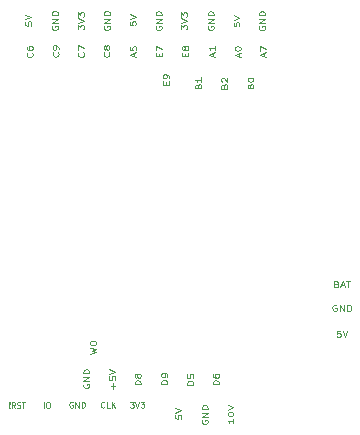
<source format=gbr>
%TF.GenerationSoftware,KiCad,Pcbnew,7.0.1*%
%TF.CreationDate,2023-04-22T23:07:11+02:00*%
%TF.ProjectId,ultimateFC,756c7469-6d61-4746-9546-432e6b696361,rev?*%
%TF.SameCoordinates,PX5f5e100PY5f5e100*%
%TF.FileFunction,Other,User*%
%FSLAX46Y46*%
G04 Gerber Fmt 4.6, Leading zero omitted, Abs format (unit mm)*
G04 Created by KiCad (PCBNEW 7.0.1) date 2023-04-22 23:07:11*
%MOMM*%
%LPD*%
G01*
G04 APERTURE LIST*
%ADD10C,0.100000*%
G04 APERTURE END LIST*
D10*
X31242857Y-22455119D02*
X31185715Y-22431309D01*
X31185715Y-22431309D02*
X31100000Y-22431309D01*
X31100000Y-22431309D02*
X31014286Y-22455119D01*
X31014286Y-22455119D02*
X30957143Y-22502738D01*
X30957143Y-22502738D02*
X30928572Y-22550357D01*
X30928572Y-22550357D02*
X30900000Y-22645595D01*
X30900000Y-22645595D02*
X30900000Y-22717023D01*
X30900000Y-22717023D02*
X30928572Y-22812261D01*
X30928572Y-22812261D02*
X30957143Y-22859880D01*
X30957143Y-22859880D02*
X31014286Y-22907500D01*
X31014286Y-22907500D02*
X31100000Y-22931309D01*
X31100000Y-22931309D02*
X31157143Y-22931309D01*
X31157143Y-22931309D02*
X31242857Y-22907500D01*
X31242857Y-22907500D02*
X31271429Y-22883690D01*
X31271429Y-22883690D02*
X31271429Y-22717023D01*
X31271429Y-22717023D02*
X31157143Y-22717023D01*
X31528572Y-22931309D02*
X31528572Y-22431309D01*
X31528572Y-22431309D02*
X31871429Y-22931309D01*
X31871429Y-22931309D02*
X31871429Y-22431309D01*
X32157143Y-22931309D02*
X32157143Y-22431309D01*
X32157143Y-22431309D02*
X32300000Y-22431309D01*
X32300000Y-22431309D02*
X32385714Y-22455119D01*
X32385714Y-22455119D02*
X32442857Y-22502738D01*
X32442857Y-22502738D02*
X32471428Y-22550357D01*
X32471428Y-22550357D02*
X32500000Y-22645595D01*
X32500000Y-22645595D02*
X32500000Y-22717023D01*
X32500000Y-22717023D02*
X32471428Y-22812261D01*
X32471428Y-22812261D02*
X32442857Y-22859880D01*
X32442857Y-22859880D02*
X32385714Y-22907500D01*
X32385714Y-22907500D02*
X32300000Y-22931309D01*
X32300000Y-22931309D02*
X32157143Y-22931309D01*
X5473690Y-1079999D02*
X5497500Y-1108571D01*
X5497500Y-1108571D02*
X5521309Y-1194285D01*
X5521309Y-1194285D02*
X5521309Y-1251428D01*
X5521309Y-1251428D02*
X5497500Y-1337142D01*
X5497500Y-1337142D02*
X5449880Y-1394285D01*
X5449880Y-1394285D02*
X5402261Y-1422856D01*
X5402261Y-1422856D02*
X5307023Y-1451428D01*
X5307023Y-1451428D02*
X5235595Y-1451428D01*
X5235595Y-1451428D02*
X5140357Y-1422856D01*
X5140357Y-1422856D02*
X5092738Y-1394285D01*
X5092738Y-1394285D02*
X5045119Y-1337142D01*
X5045119Y-1337142D02*
X5021309Y-1251428D01*
X5021309Y-1251428D02*
X5021309Y-1194285D01*
X5021309Y-1194285D02*
X5045119Y-1108571D01*
X5045119Y-1108571D02*
X5068928Y-1079999D01*
X5021309Y-565714D02*
X5021309Y-679999D01*
X5021309Y-679999D02*
X5045119Y-737142D01*
X5045119Y-737142D02*
X5068928Y-765714D01*
X5068928Y-765714D02*
X5140357Y-822856D01*
X5140357Y-822856D02*
X5235595Y-851428D01*
X5235595Y-851428D02*
X5426071Y-851428D01*
X5426071Y-851428D02*
X5473690Y-822856D01*
X5473690Y-822856D02*
X5497500Y-794285D01*
X5497500Y-794285D02*
X5521309Y-737142D01*
X5521309Y-737142D02*
X5521309Y-622856D01*
X5521309Y-622856D02*
X5497500Y-565714D01*
X5497500Y-565714D02*
X5473690Y-537142D01*
X5473690Y-537142D02*
X5426071Y-508571D01*
X5426071Y-508571D02*
X5307023Y-508571D01*
X5307023Y-508571D02*
X5259404Y-537142D01*
X5259404Y-537142D02*
X5235595Y-565714D01*
X5235595Y-565714D02*
X5211785Y-622856D01*
X5211785Y-622856D02*
X5211785Y-737142D01*
X5211785Y-737142D02*
X5235595Y-794285D01*
X5235595Y-794285D02*
X5259404Y-822856D01*
X5259404Y-822856D02*
X5307023Y-851428D01*
X21739404Y-3912856D02*
X21763214Y-3827142D01*
X21763214Y-3827142D02*
X21787023Y-3798571D01*
X21787023Y-3798571D02*
X21834642Y-3769999D01*
X21834642Y-3769999D02*
X21906071Y-3769999D01*
X21906071Y-3769999D02*
X21953690Y-3798571D01*
X21953690Y-3798571D02*
X21977500Y-3827142D01*
X21977500Y-3827142D02*
X22001309Y-3884285D01*
X22001309Y-3884285D02*
X22001309Y-4112856D01*
X22001309Y-4112856D02*
X21501309Y-4112856D01*
X21501309Y-4112856D02*
X21501309Y-3912856D01*
X21501309Y-3912856D02*
X21525119Y-3855714D01*
X21525119Y-3855714D02*
X21548928Y-3827142D01*
X21548928Y-3827142D02*
X21596547Y-3798571D01*
X21596547Y-3798571D02*
X21644166Y-3798571D01*
X21644166Y-3798571D02*
X21691785Y-3827142D01*
X21691785Y-3827142D02*
X21715595Y-3855714D01*
X21715595Y-3855714D02*
X21739404Y-3912856D01*
X21739404Y-3912856D02*
X21739404Y-4112856D01*
X21548928Y-3541428D02*
X21525119Y-3512856D01*
X21525119Y-3512856D02*
X21501309Y-3455714D01*
X21501309Y-3455714D02*
X21501309Y-3312856D01*
X21501309Y-3312856D02*
X21525119Y-3255714D01*
X21525119Y-3255714D02*
X21548928Y-3227142D01*
X21548928Y-3227142D02*
X21596547Y-3198571D01*
X21596547Y-3198571D02*
X21644166Y-3198571D01*
X21644166Y-3198571D02*
X21715595Y-3227142D01*
X21715595Y-3227142D02*
X22001309Y-3569999D01*
X22001309Y-3569999D02*
X22001309Y-3198571D01*
X16799404Y-3774285D02*
X16799404Y-3574285D01*
X17061309Y-3488571D02*
X17061309Y-3774285D01*
X17061309Y-3774285D02*
X16561309Y-3774285D01*
X16561309Y-3774285D02*
X16561309Y-3488571D01*
X17061309Y-3202857D02*
X17061309Y-3088571D01*
X17061309Y-3088571D02*
X17037500Y-3031428D01*
X17037500Y-3031428D02*
X17013690Y-3002857D01*
X17013690Y-3002857D02*
X16942261Y-2945714D01*
X16942261Y-2945714D02*
X16847023Y-2917143D01*
X16847023Y-2917143D02*
X16656547Y-2917143D01*
X16656547Y-2917143D02*
X16608928Y-2945714D01*
X16608928Y-2945714D02*
X16585119Y-2974286D01*
X16585119Y-2974286D02*
X16561309Y-3031428D01*
X16561309Y-3031428D02*
X16561309Y-3145714D01*
X16561309Y-3145714D02*
X16585119Y-3202857D01*
X16585119Y-3202857D02*
X16608928Y-3231428D01*
X16608928Y-3231428D02*
X16656547Y-3260000D01*
X16656547Y-3260000D02*
X16775595Y-3260000D01*
X16775595Y-3260000D02*
X16823214Y-3231428D01*
X16823214Y-3231428D02*
X16847023Y-3202857D01*
X16847023Y-3202857D02*
X16870833Y-3145714D01*
X16870833Y-3145714D02*
X16870833Y-3031428D01*
X16870833Y-3031428D02*
X16847023Y-2974286D01*
X16847023Y-2974286D02*
X16823214Y-2945714D01*
X16823214Y-2945714D02*
X16775595Y-2917143D01*
X3564285Y-31108690D02*
X3585714Y-31132500D01*
X3585714Y-31132500D02*
X3564285Y-31156309D01*
X3564285Y-31156309D02*
X3542857Y-31132500D01*
X3542857Y-31132500D02*
X3564285Y-31108690D01*
X3564285Y-31108690D02*
X3564285Y-31156309D01*
X3564285Y-30965833D02*
X3542857Y-30680119D01*
X3542857Y-30680119D02*
X3564285Y-30656309D01*
X3564285Y-30656309D02*
X3585714Y-30680119D01*
X3585714Y-30680119D02*
X3564285Y-30965833D01*
X3564285Y-30965833D02*
X3564285Y-30656309D01*
X4035714Y-31156309D02*
X3885714Y-30918214D01*
X3778571Y-31156309D02*
X3778571Y-30656309D01*
X3778571Y-30656309D02*
X3950000Y-30656309D01*
X3950000Y-30656309D02*
X3992857Y-30680119D01*
X3992857Y-30680119D02*
X4014286Y-30703928D01*
X4014286Y-30703928D02*
X4035714Y-30751547D01*
X4035714Y-30751547D02*
X4035714Y-30822976D01*
X4035714Y-30822976D02*
X4014286Y-30870595D01*
X4014286Y-30870595D02*
X3992857Y-30894404D01*
X3992857Y-30894404D02*
X3950000Y-30918214D01*
X3950000Y-30918214D02*
X3778571Y-30918214D01*
X4207143Y-31132500D02*
X4271429Y-31156309D01*
X4271429Y-31156309D02*
X4378571Y-31156309D01*
X4378571Y-31156309D02*
X4421429Y-31132500D01*
X4421429Y-31132500D02*
X4442857Y-31108690D01*
X4442857Y-31108690D02*
X4464286Y-31061071D01*
X4464286Y-31061071D02*
X4464286Y-31013452D01*
X4464286Y-31013452D02*
X4442857Y-30965833D01*
X4442857Y-30965833D02*
X4421429Y-30942023D01*
X4421429Y-30942023D02*
X4378571Y-30918214D01*
X4378571Y-30918214D02*
X4292857Y-30894404D01*
X4292857Y-30894404D02*
X4250000Y-30870595D01*
X4250000Y-30870595D02*
X4228571Y-30846785D01*
X4228571Y-30846785D02*
X4207143Y-30799166D01*
X4207143Y-30799166D02*
X4207143Y-30751547D01*
X4207143Y-30751547D02*
X4228571Y-30703928D01*
X4228571Y-30703928D02*
X4250000Y-30680119D01*
X4250000Y-30680119D02*
X4292857Y-30656309D01*
X4292857Y-30656309D02*
X4400000Y-30656309D01*
X4400000Y-30656309D02*
X4464286Y-30680119D01*
X4592857Y-30656309D02*
X4850000Y-30656309D01*
X4721428Y-31156309D02*
X4721428Y-30656309D01*
X19865119Y-32177142D02*
X19841309Y-32234285D01*
X19841309Y-32234285D02*
X19841309Y-32319999D01*
X19841309Y-32319999D02*
X19865119Y-32405713D01*
X19865119Y-32405713D02*
X19912738Y-32462856D01*
X19912738Y-32462856D02*
X19960357Y-32491427D01*
X19960357Y-32491427D02*
X20055595Y-32519999D01*
X20055595Y-32519999D02*
X20127023Y-32519999D01*
X20127023Y-32519999D02*
X20222261Y-32491427D01*
X20222261Y-32491427D02*
X20269880Y-32462856D01*
X20269880Y-32462856D02*
X20317500Y-32405713D01*
X20317500Y-32405713D02*
X20341309Y-32319999D01*
X20341309Y-32319999D02*
X20341309Y-32262856D01*
X20341309Y-32262856D02*
X20317500Y-32177142D01*
X20317500Y-32177142D02*
X20293690Y-32148570D01*
X20293690Y-32148570D02*
X20127023Y-32148570D01*
X20127023Y-32148570D02*
X20127023Y-32262856D01*
X20341309Y-31891427D02*
X19841309Y-31891427D01*
X19841309Y-31891427D02*
X20341309Y-31548570D01*
X20341309Y-31548570D02*
X19841309Y-31548570D01*
X20341309Y-31262856D02*
X19841309Y-31262856D01*
X19841309Y-31262856D02*
X19841309Y-31119999D01*
X19841309Y-31119999D02*
X19865119Y-31034285D01*
X19865119Y-31034285D02*
X19912738Y-30977142D01*
X19912738Y-30977142D02*
X19960357Y-30948571D01*
X19960357Y-30948571D02*
X20055595Y-30919999D01*
X20055595Y-30919999D02*
X20127023Y-30919999D01*
X20127023Y-30919999D02*
X20222261Y-30948571D01*
X20222261Y-30948571D02*
X20269880Y-30977142D01*
X20269880Y-30977142D02*
X20317500Y-31034285D01*
X20317500Y-31034285D02*
X20341309Y-31119999D01*
X20341309Y-31119999D02*
X20341309Y-31262856D01*
X12330833Y-29521428D02*
X12330833Y-29064286D01*
X12521309Y-29292857D02*
X12140357Y-29292857D01*
X12021309Y-28492857D02*
X12021309Y-28778571D01*
X12021309Y-28778571D02*
X12259404Y-28807143D01*
X12259404Y-28807143D02*
X12235595Y-28778571D01*
X12235595Y-28778571D02*
X12211785Y-28721429D01*
X12211785Y-28721429D02*
X12211785Y-28578571D01*
X12211785Y-28578571D02*
X12235595Y-28521429D01*
X12235595Y-28521429D02*
X12259404Y-28492857D01*
X12259404Y-28492857D02*
X12307023Y-28464286D01*
X12307023Y-28464286D02*
X12426071Y-28464286D01*
X12426071Y-28464286D02*
X12473690Y-28492857D01*
X12473690Y-28492857D02*
X12497500Y-28521429D01*
X12497500Y-28521429D02*
X12521309Y-28578571D01*
X12521309Y-28578571D02*
X12521309Y-28721429D01*
X12521309Y-28721429D02*
X12497500Y-28778571D01*
X12497500Y-28778571D02*
X12473690Y-28807143D01*
X12021309Y-28292857D02*
X12521309Y-28092857D01*
X12521309Y-28092857D02*
X12021309Y-27892857D01*
X14148452Y-1388571D02*
X14148452Y-1102857D01*
X14291309Y-1445714D02*
X13791309Y-1245714D01*
X13791309Y-1245714D02*
X14291309Y-1045714D01*
X13791309Y-559999D02*
X13791309Y-845713D01*
X13791309Y-845713D02*
X14029404Y-874285D01*
X14029404Y-874285D02*
X14005595Y-845713D01*
X14005595Y-845713D02*
X13981785Y-788571D01*
X13981785Y-788571D02*
X13981785Y-645713D01*
X13981785Y-645713D02*
X14005595Y-588571D01*
X14005595Y-588571D02*
X14029404Y-559999D01*
X14029404Y-559999D02*
X14077023Y-531428D01*
X14077023Y-531428D02*
X14196071Y-531428D01*
X14196071Y-531428D02*
X14243690Y-559999D01*
X14243690Y-559999D02*
X14267500Y-588571D01*
X14267500Y-588571D02*
X14291309Y-645713D01*
X14291309Y-645713D02*
X14291309Y-788571D01*
X14291309Y-788571D02*
X14267500Y-845713D01*
X14267500Y-845713D02*
X14243690Y-874285D01*
X18429404Y-1354285D02*
X18429404Y-1154285D01*
X18691309Y-1068571D02*
X18691309Y-1354285D01*
X18691309Y-1354285D02*
X18191309Y-1354285D01*
X18191309Y-1354285D02*
X18191309Y-1068571D01*
X18405595Y-725714D02*
X18381785Y-782857D01*
X18381785Y-782857D02*
X18357976Y-811428D01*
X18357976Y-811428D02*
X18310357Y-840000D01*
X18310357Y-840000D02*
X18286547Y-840000D01*
X18286547Y-840000D02*
X18238928Y-811428D01*
X18238928Y-811428D02*
X18215119Y-782857D01*
X18215119Y-782857D02*
X18191309Y-725714D01*
X18191309Y-725714D02*
X18191309Y-611428D01*
X18191309Y-611428D02*
X18215119Y-554286D01*
X18215119Y-554286D02*
X18238928Y-525714D01*
X18238928Y-525714D02*
X18286547Y-497143D01*
X18286547Y-497143D02*
X18310357Y-497143D01*
X18310357Y-497143D02*
X18357976Y-525714D01*
X18357976Y-525714D02*
X18381785Y-554286D01*
X18381785Y-554286D02*
X18405595Y-611428D01*
X18405595Y-611428D02*
X18405595Y-725714D01*
X18405595Y-725714D02*
X18429404Y-782857D01*
X18429404Y-782857D02*
X18453214Y-811428D01*
X18453214Y-811428D02*
X18500833Y-840000D01*
X18500833Y-840000D02*
X18596071Y-840000D01*
X18596071Y-840000D02*
X18643690Y-811428D01*
X18643690Y-811428D02*
X18667500Y-782857D01*
X18667500Y-782857D02*
X18691309Y-725714D01*
X18691309Y-725714D02*
X18691309Y-611428D01*
X18691309Y-611428D02*
X18667500Y-554286D01*
X18667500Y-554286D02*
X18643690Y-525714D01*
X18643690Y-525714D02*
X18596071Y-497143D01*
X18596071Y-497143D02*
X18500833Y-497143D01*
X18500833Y-497143D02*
X18453214Y-525714D01*
X18453214Y-525714D02*
X18429404Y-554286D01*
X18429404Y-554286D02*
X18405595Y-611428D01*
X16931309Y-29122856D02*
X16431309Y-29122856D01*
X16431309Y-29122856D02*
X16431309Y-28979999D01*
X16431309Y-28979999D02*
X16455119Y-28894285D01*
X16455119Y-28894285D02*
X16502738Y-28837142D01*
X16502738Y-28837142D02*
X16550357Y-28808571D01*
X16550357Y-28808571D02*
X16645595Y-28779999D01*
X16645595Y-28779999D02*
X16717023Y-28779999D01*
X16717023Y-28779999D02*
X16812261Y-28808571D01*
X16812261Y-28808571D02*
X16859880Y-28837142D01*
X16859880Y-28837142D02*
X16907500Y-28894285D01*
X16907500Y-28894285D02*
X16931309Y-28979999D01*
X16931309Y-28979999D02*
X16931309Y-29122856D01*
X16931309Y-28494285D02*
X16931309Y-28379999D01*
X16931309Y-28379999D02*
X16907500Y-28322856D01*
X16907500Y-28322856D02*
X16883690Y-28294285D01*
X16883690Y-28294285D02*
X16812261Y-28237142D01*
X16812261Y-28237142D02*
X16717023Y-28208571D01*
X16717023Y-28208571D02*
X16526547Y-28208571D01*
X16526547Y-28208571D02*
X16478928Y-28237142D01*
X16478928Y-28237142D02*
X16455119Y-28265714D01*
X16455119Y-28265714D02*
X16431309Y-28322856D01*
X16431309Y-28322856D02*
X16431309Y-28437142D01*
X16431309Y-28437142D02*
X16455119Y-28494285D01*
X16455119Y-28494285D02*
X16478928Y-28522856D01*
X16478928Y-28522856D02*
X16526547Y-28551428D01*
X16526547Y-28551428D02*
X16645595Y-28551428D01*
X16645595Y-28551428D02*
X16693214Y-28522856D01*
X16693214Y-28522856D02*
X16717023Y-28494285D01*
X16717023Y-28494285D02*
X16740833Y-28437142D01*
X16740833Y-28437142D02*
X16740833Y-28322856D01*
X16740833Y-28322856D02*
X16717023Y-28265714D01*
X16717023Y-28265714D02*
X16693214Y-28237142D01*
X16693214Y-28237142D02*
X16645595Y-28208571D01*
X19549404Y-3892856D02*
X19573214Y-3807142D01*
X19573214Y-3807142D02*
X19597023Y-3778571D01*
X19597023Y-3778571D02*
X19644642Y-3749999D01*
X19644642Y-3749999D02*
X19716071Y-3749999D01*
X19716071Y-3749999D02*
X19763690Y-3778571D01*
X19763690Y-3778571D02*
X19787500Y-3807142D01*
X19787500Y-3807142D02*
X19811309Y-3864285D01*
X19811309Y-3864285D02*
X19811309Y-4092856D01*
X19811309Y-4092856D02*
X19311309Y-4092856D01*
X19311309Y-4092856D02*
X19311309Y-3892856D01*
X19311309Y-3892856D02*
X19335119Y-3835714D01*
X19335119Y-3835714D02*
X19358928Y-3807142D01*
X19358928Y-3807142D02*
X19406547Y-3778571D01*
X19406547Y-3778571D02*
X19454166Y-3778571D01*
X19454166Y-3778571D02*
X19501785Y-3807142D01*
X19501785Y-3807142D02*
X19525595Y-3835714D01*
X19525595Y-3835714D02*
X19549404Y-3892856D01*
X19549404Y-3892856D02*
X19549404Y-4092856D01*
X19811309Y-3178571D02*
X19811309Y-3521428D01*
X19811309Y-3349999D02*
X19311309Y-3349999D01*
X19311309Y-3349999D02*
X19382738Y-3407142D01*
X19382738Y-3407142D02*
X19430357Y-3464285D01*
X19430357Y-3464285D02*
X19454166Y-3521428D01*
X21291309Y-29162856D02*
X20791309Y-29162856D01*
X20791309Y-29162856D02*
X20791309Y-29019999D01*
X20791309Y-29019999D02*
X20815119Y-28934285D01*
X20815119Y-28934285D02*
X20862738Y-28877142D01*
X20862738Y-28877142D02*
X20910357Y-28848571D01*
X20910357Y-28848571D02*
X21005595Y-28819999D01*
X21005595Y-28819999D02*
X21077023Y-28819999D01*
X21077023Y-28819999D02*
X21172261Y-28848571D01*
X21172261Y-28848571D02*
X21219880Y-28877142D01*
X21219880Y-28877142D02*
X21267500Y-28934285D01*
X21267500Y-28934285D02*
X21291309Y-29019999D01*
X21291309Y-29019999D02*
X21291309Y-29162856D01*
X20791309Y-28305714D02*
X20791309Y-28419999D01*
X20791309Y-28419999D02*
X20815119Y-28477142D01*
X20815119Y-28477142D02*
X20838928Y-28505714D01*
X20838928Y-28505714D02*
X20910357Y-28562856D01*
X20910357Y-28562856D02*
X21005595Y-28591428D01*
X21005595Y-28591428D02*
X21196071Y-28591428D01*
X21196071Y-28591428D02*
X21243690Y-28562856D01*
X21243690Y-28562856D02*
X21267500Y-28534285D01*
X21267500Y-28534285D02*
X21291309Y-28477142D01*
X21291309Y-28477142D02*
X21291309Y-28362856D01*
X21291309Y-28362856D02*
X21267500Y-28305714D01*
X21267500Y-28305714D02*
X21243690Y-28277142D01*
X21243690Y-28277142D02*
X21196071Y-28248571D01*
X21196071Y-28248571D02*
X21077023Y-28248571D01*
X21077023Y-28248571D02*
X21029404Y-28277142D01*
X21029404Y-28277142D02*
X21005595Y-28305714D01*
X21005595Y-28305714D02*
X20981785Y-28362856D01*
X20981785Y-28362856D02*
X20981785Y-28477142D01*
X20981785Y-28477142D02*
X21005595Y-28534285D01*
X21005595Y-28534285D02*
X21029404Y-28562856D01*
X21029404Y-28562856D02*
X21077023Y-28591428D01*
X16219404Y-1374285D02*
X16219404Y-1174285D01*
X16481309Y-1088571D02*
X16481309Y-1374285D01*
X16481309Y-1374285D02*
X15981309Y-1374285D01*
X15981309Y-1374285D02*
X15981309Y-1088571D01*
X15981309Y-888571D02*
X15981309Y-488571D01*
X15981309Y-488571D02*
X16481309Y-745714D01*
X6463095Y-31156309D02*
X6463095Y-30656309D01*
X6796428Y-30656309D02*
X6891666Y-30656309D01*
X6891666Y-30656309D02*
X6939285Y-30680119D01*
X6939285Y-30680119D02*
X6986904Y-30727738D01*
X6986904Y-30727738D02*
X7010714Y-30822976D01*
X7010714Y-30822976D02*
X7010714Y-30989642D01*
X7010714Y-30989642D02*
X6986904Y-31084880D01*
X6986904Y-31084880D02*
X6939285Y-31132500D01*
X6939285Y-31132500D02*
X6891666Y-31156309D01*
X6891666Y-31156309D02*
X6796428Y-31156309D01*
X6796428Y-31156309D02*
X6748809Y-31132500D01*
X6748809Y-31132500D02*
X6701190Y-31084880D01*
X6701190Y-31084880D02*
X6677381Y-30989642D01*
X6677381Y-30989642D02*
X6677381Y-30822976D01*
X6677381Y-30822976D02*
X6701190Y-30727738D01*
X6701190Y-30727738D02*
X6748809Y-30680119D01*
X6748809Y-30680119D02*
X6796428Y-30656309D01*
X11983690Y-1039999D02*
X12007500Y-1068571D01*
X12007500Y-1068571D02*
X12031309Y-1154285D01*
X12031309Y-1154285D02*
X12031309Y-1211428D01*
X12031309Y-1211428D02*
X12007500Y-1297142D01*
X12007500Y-1297142D02*
X11959880Y-1354285D01*
X11959880Y-1354285D02*
X11912261Y-1382856D01*
X11912261Y-1382856D02*
X11817023Y-1411428D01*
X11817023Y-1411428D02*
X11745595Y-1411428D01*
X11745595Y-1411428D02*
X11650357Y-1382856D01*
X11650357Y-1382856D02*
X11602738Y-1354285D01*
X11602738Y-1354285D02*
X11555119Y-1297142D01*
X11555119Y-1297142D02*
X11531309Y-1211428D01*
X11531309Y-1211428D02*
X11531309Y-1154285D01*
X11531309Y-1154285D02*
X11555119Y-1068571D01*
X11555119Y-1068571D02*
X11578928Y-1039999D01*
X11745595Y-697142D02*
X11721785Y-754285D01*
X11721785Y-754285D02*
X11697976Y-782856D01*
X11697976Y-782856D02*
X11650357Y-811428D01*
X11650357Y-811428D02*
X11626547Y-811428D01*
X11626547Y-811428D02*
X11578928Y-782856D01*
X11578928Y-782856D02*
X11555119Y-754285D01*
X11555119Y-754285D02*
X11531309Y-697142D01*
X11531309Y-697142D02*
X11531309Y-582856D01*
X11531309Y-582856D02*
X11555119Y-525714D01*
X11555119Y-525714D02*
X11578928Y-497142D01*
X11578928Y-497142D02*
X11626547Y-468571D01*
X11626547Y-468571D02*
X11650357Y-468571D01*
X11650357Y-468571D02*
X11697976Y-497142D01*
X11697976Y-497142D02*
X11721785Y-525714D01*
X11721785Y-525714D02*
X11745595Y-582856D01*
X11745595Y-582856D02*
X11745595Y-697142D01*
X11745595Y-697142D02*
X11769404Y-754285D01*
X11769404Y-754285D02*
X11793214Y-782856D01*
X11793214Y-782856D02*
X11840833Y-811428D01*
X11840833Y-811428D02*
X11936071Y-811428D01*
X11936071Y-811428D02*
X11983690Y-782856D01*
X11983690Y-782856D02*
X12007500Y-754285D01*
X12007500Y-754285D02*
X12031309Y-697142D01*
X12031309Y-697142D02*
X12031309Y-582856D01*
X12031309Y-582856D02*
X12007500Y-525714D01*
X12007500Y-525714D02*
X11983690Y-497142D01*
X11983690Y-497142D02*
X11936071Y-468571D01*
X11936071Y-468571D02*
X11840833Y-468571D01*
X11840833Y-468571D02*
X11793214Y-497142D01*
X11793214Y-497142D02*
X11769404Y-525714D01*
X11769404Y-525714D02*
X11745595Y-582856D01*
X19131309Y-29192856D02*
X18631309Y-29192856D01*
X18631309Y-29192856D02*
X18631309Y-29049999D01*
X18631309Y-29049999D02*
X18655119Y-28964285D01*
X18655119Y-28964285D02*
X18702738Y-28907142D01*
X18702738Y-28907142D02*
X18750357Y-28878571D01*
X18750357Y-28878571D02*
X18845595Y-28849999D01*
X18845595Y-28849999D02*
X18917023Y-28849999D01*
X18917023Y-28849999D02*
X19012261Y-28878571D01*
X19012261Y-28878571D02*
X19059880Y-28907142D01*
X19059880Y-28907142D02*
X19107500Y-28964285D01*
X19107500Y-28964285D02*
X19131309Y-29049999D01*
X19131309Y-29049999D02*
X19131309Y-29192856D01*
X18631309Y-28307142D02*
X18631309Y-28592856D01*
X18631309Y-28592856D02*
X18869404Y-28621428D01*
X18869404Y-28621428D02*
X18845595Y-28592856D01*
X18845595Y-28592856D02*
X18821785Y-28535714D01*
X18821785Y-28535714D02*
X18821785Y-28392856D01*
X18821785Y-28392856D02*
X18845595Y-28335714D01*
X18845595Y-28335714D02*
X18869404Y-28307142D01*
X18869404Y-28307142D02*
X18917023Y-28278571D01*
X18917023Y-28278571D02*
X19036071Y-28278571D01*
X19036071Y-28278571D02*
X19083690Y-28307142D01*
X19083690Y-28307142D02*
X19107500Y-28335714D01*
X19107500Y-28335714D02*
X19131309Y-28392856D01*
X19131309Y-28392856D02*
X19131309Y-28535714D01*
X19131309Y-28535714D02*
X19107500Y-28592856D01*
X19107500Y-28592856D02*
X19083690Y-28621428D01*
X20798452Y-1388571D02*
X20798452Y-1102857D01*
X20941309Y-1445714D02*
X20441309Y-1245714D01*
X20441309Y-1245714D02*
X20941309Y-1045714D01*
X20941309Y-531428D02*
X20941309Y-874285D01*
X20941309Y-702856D02*
X20441309Y-702856D01*
X20441309Y-702856D02*
X20512738Y-759999D01*
X20512738Y-759999D02*
X20560357Y-817142D01*
X20560357Y-817142D02*
X20584166Y-874285D01*
X10381309Y-26571427D02*
X10881309Y-26428570D01*
X10881309Y-26428570D02*
X10524166Y-26314284D01*
X10524166Y-26314284D02*
X10881309Y-26199999D01*
X10881309Y-26199999D02*
X10381309Y-26057142D01*
X10381309Y-25714285D02*
X10381309Y-25599999D01*
X10381309Y-25599999D02*
X10405119Y-25542856D01*
X10405119Y-25542856D02*
X10452738Y-25485713D01*
X10452738Y-25485713D02*
X10547976Y-25457142D01*
X10547976Y-25457142D02*
X10714642Y-25457142D01*
X10714642Y-25457142D02*
X10809880Y-25485713D01*
X10809880Y-25485713D02*
X10857500Y-25542856D01*
X10857500Y-25542856D02*
X10881309Y-25599999D01*
X10881309Y-25599999D02*
X10881309Y-25714285D01*
X10881309Y-25714285D02*
X10857500Y-25771428D01*
X10857500Y-25771428D02*
X10809880Y-25828570D01*
X10809880Y-25828570D02*
X10714642Y-25857142D01*
X10714642Y-25857142D02*
X10547976Y-25857142D01*
X10547976Y-25857142D02*
X10452738Y-25828570D01*
X10452738Y-25828570D02*
X10405119Y-25771428D01*
X10405119Y-25771428D02*
X10381309Y-25714285D01*
X31257143Y-20669404D02*
X31342857Y-20693214D01*
X31342857Y-20693214D02*
X31371428Y-20717023D01*
X31371428Y-20717023D02*
X31400000Y-20764642D01*
X31400000Y-20764642D02*
X31400000Y-20836071D01*
X31400000Y-20836071D02*
X31371428Y-20883690D01*
X31371428Y-20883690D02*
X31342857Y-20907500D01*
X31342857Y-20907500D02*
X31285714Y-20931309D01*
X31285714Y-20931309D02*
X31057143Y-20931309D01*
X31057143Y-20931309D02*
X31057143Y-20431309D01*
X31057143Y-20431309D02*
X31257143Y-20431309D01*
X31257143Y-20431309D02*
X31314286Y-20455119D01*
X31314286Y-20455119D02*
X31342857Y-20478928D01*
X31342857Y-20478928D02*
X31371428Y-20526547D01*
X31371428Y-20526547D02*
X31371428Y-20574166D01*
X31371428Y-20574166D02*
X31342857Y-20621785D01*
X31342857Y-20621785D02*
X31314286Y-20645595D01*
X31314286Y-20645595D02*
X31257143Y-20669404D01*
X31257143Y-20669404D02*
X31057143Y-20669404D01*
X31628571Y-20788452D02*
X31914286Y-20788452D01*
X31571428Y-20931309D02*
X31771428Y-20431309D01*
X31771428Y-20431309D02*
X31971428Y-20931309D01*
X32085714Y-20431309D02*
X32428572Y-20431309D01*
X32257143Y-20931309D02*
X32257143Y-20431309D01*
X13780953Y-30631309D02*
X14090477Y-30631309D01*
X14090477Y-30631309D02*
X13923810Y-30821785D01*
X13923810Y-30821785D02*
X13995239Y-30821785D01*
X13995239Y-30821785D02*
X14042858Y-30845595D01*
X14042858Y-30845595D02*
X14066667Y-30869404D01*
X14066667Y-30869404D02*
X14090477Y-30917023D01*
X14090477Y-30917023D02*
X14090477Y-31036071D01*
X14090477Y-31036071D02*
X14066667Y-31083690D01*
X14066667Y-31083690D02*
X14042858Y-31107500D01*
X14042858Y-31107500D02*
X13995239Y-31131309D01*
X13995239Y-31131309D02*
X13852382Y-31131309D01*
X13852382Y-31131309D02*
X13804763Y-31107500D01*
X13804763Y-31107500D02*
X13780953Y-31083690D01*
X14233334Y-30631309D02*
X14400000Y-31131309D01*
X14400000Y-31131309D02*
X14566667Y-30631309D01*
X14685714Y-30631309D02*
X14995238Y-30631309D01*
X14995238Y-30631309D02*
X14828571Y-30821785D01*
X14828571Y-30821785D02*
X14900000Y-30821785D01*
X14900000Y-30821785D02*
X14947619Y-30845595D01*
X14947619Y-30845595D02*
X14971428Y-30869404D01*
X14971428Y-30869404D02*
X14995238Y-30917023D01*
X14995238Y-30917023D02*
X14995238Y-31036071D01*
X14995238Y-31036071D02*
X14971428Y-31083690D01*
X14971428Y-31083690D02*
X14947619Y-31107500D01*
X14947619Y-31107500D02*
X14900000Y-31131309D01*
X14900000Y-31131309D02*
X14757143Y-31131309D01*
X14757143Y-31131309D02*
X14709524Y-31107500D01*
X14709524Y-31107500D02*
X14685714Y-31083690D01*
X23959404Y-3902856D02*
X23983214Y-3817142D01*
X23983214Y-3817142D02*
X24007023Y-3788571D01*
X24007023Y-3788571D02*
X24054642Y-3759999D01*
X24054642Y-3759999D02*
X24126071Y-3759999D01*
X24126071Y-3759999D02*
X24173690Y-3788571D01*
X24173690Y-3788571D02*
X24197500Y-3817142D01*
X24197500Y-3817142D02*
X24221309Y-3874285D01*
X24221309Y-3874285D02*
X24221309Y-4102856D01*
X24221309Y-4102856D02*
X23721309Y-4102856D01*
X23721309Y-4102856D02*
X23721309Y-3902856D01*
X23721309Y-3902856D02*
X23745119Y-3845714D01*
X23745119Y-3845714D02*
X23768928Y-3817142D01*
X23768928Y-3817142D02*
X23816547Y-3788571D01*
X23816547Y-3788571D02*
X23864166Y-3788571D01*
X23864166Y-3788571D02*
X23911785Y-3817142D01*
X23911785Y-3817142D02*
X23935595Y-3845714D01*
X23935595Y-3845714D02*
X23959404Y-3902856D01*
X23959404Y-3902856D02*
X23959404Y-4102856D01*
X23721309Y-3388571D02*
X23721309Y-3331428D01*
X23721309Y-3331428D02*
X23745119Y-3274285D01*
X23745119Y-3274285D02*
X23768928Y-3245714D01*
X23768928Y-3245714D02*
X23816547Y-3217142D01*
X23816547Y-3217142D02*
X23911785Y-3188571D01*
X23911785Y-3188571D02*
X24030833Y-3188571D01*
X24030833Y-3188571D02*
X24126071Y-3217142D01*
X24126071Y-3217142D02*
X24173690Y-3245714D01*
X24173690Y-3245714D02*
X24197500Y-3274285D01*
X24197500Y-3274285D02*
X24221309Y-3331428D01*
X24221309Y-3331428D02*
X24221309Y-3388571D01*
X24221309Y-3388571D02*
X24197500Y-3445714D01*
X24197500Y-3445714D02*
X24173690Y-3474285D01*
X24173690Y-3474285D02*
X24126071Y-3502856D01*
X24126071Y-3502856D02*
X24030833Y-3531428D01*
X24030833Y-3531428D02*
X23911785Y-3531428D01*
X23911785Y-3531428D02*
X23816547Y-3502856D01*
X23816547Y-3502856D02*
X23768928Y-3474285D01*
X23768928Y-3474285D02*
X23745119Y-3445714D01*
X23745119Y-3445714D02*
X23721309Y-3388571D01*
X14681309Y-29162856D02*
X14181309Y-29162856D01*
X14181309Y-29162856D02*
X14181309Y-29019999D01*
X14181309Y-29019999D02*
X14205119Y-28934285D01*
X14205119Y-28934285D02*
X14252738Y-28877142D01*
X14252738Y-28877142D02*
X14300357Y-28848571D01*
X14300357Y-28848571D02*
X14395595Y-28819999D01*
X14395595Y-28819999D02*
X14467023Y-28819999D01*
X14467023Y-28819999D02*
X14562261Y-28848571D01*
X14562261Y-28848571D02*
X14609880Y-28877142D01*
X14609880Y-28877142D02*
X14657500Y-28934285D01*
X14657500Y-28934285D02*
X14681309Y-29019999D01*
X14681309Y-29019999D02*
X14681309Y-29162856D01*
X14395595Y-28477142D02*
X14371785Y-28534285D01*
X14371785Y-28534285D02*
X14347976Y-28562856D01*
X14347976Y-28562856D02*
X14300357Y-28591428D01*
X14300357Y-28591428D02*
X14276547Y-28591428D01*
X14276547Y-28591428D02*
X14228928Y-28562856D01*
X14228928Y-28562856D02*
X14205119Y-28534285D01*
X14205119Y-28534285D02*
X14181309Y-28477142D01*
X14181309Y-28477142D02*
X14181309Y-28362856D01*
X14181309Y-28362856D02*
X14205119Y-28305714D01*
X14205119Y-28305714D02*
X14228928Y-28277142D01*
X14228928Y-28277142D02*
X14276547Y-28248571D01*
X14276547Y-28248571D02*
X14300357Y-28248571D01*
X14300357Y-28248571D02*
X14347976Y-28277142D01*
X14347976Y-28277142D02*
X14371785Y-28305714D01*
X14371785Y-28305714D02*
X14395595Y-28362856D01*
X14395595Y-28362856D02*
X14395595Y-28477142D01*
X14395595Y-28477142D02*
X14419404Y-28534285D01*
X14419404Y-28534285D02*
X14443214Y-28562856D01*
X14443214Y-28562856D02*
X14490833Y-28591428D01*
X14490833Y-28591428D02*
X14586071Y-28591428D01*
X14586071Y-28591428D02*
X14633690Y-28562856D01*
X14633690Y-28562856D02*
X14657500Y-28534285D01*
X14657500Y-28534285D02*
X14681309Y-28477142D01*
X14681309Y-28477142D02*
X14681309Y-28362856D01*
X14681309Y-28362856D02*
X14657500Y-28305714D01*
X14657500Y-28305714D02*
X14633690Y-28277142D01*
X14633690Y-28277142D02*
X14586071Y-28248571D01*
X14586071Y-28248571D02*
X14490833Y-28248571D01*
X14490833Y-28248571D02*
X14443214Y-28277142D01*
X14443214Y-28277142D02*
X14419404Y-28305714D01*
X14419404Y-28305714D02*
X14395595Y-28362856D01*
X4911309Y1535715D02*
X4911309Y1250001D01*
X4911309Y1250001D02*
X5149404Y1221429D01*
X5149404Y1221429D02*
X5125595Y1250001D01*
X5125595Y1250001D02*
X5101785Y1307143D01*
X5101785Y1307143D02*
X5101785Y1450001D01*
X5101785Y1450001D02*
X5125595Y1507143D01*
X5125595Y1507143D02*
X5149404Y1535715D01*
X5149404Y1535715D02*
X5197023Y1564286D01*
X5197023Y1564286D02*
X5316071Y1564286D01*
X5316071Y1564286D02*
X5363690Y1535715D01*
X5363690Y1535715D02*
X5387500Y1507143D01*
X5387500Y1507143D02*
X5411309Y1450001D01*
X5411309Y1450001D02*
X5411309Y1307143D01*
X5411309Y1307143D02*
X5387500Y1250001D01*
X5387500Y1250001D02*
X5363690Y1221429D01*
X4911309Y1735715D02*
X5411309Y1935715D01*
X5411309Y1935715D02*
X4911309Y2135715D01*
X11585119Y1182858D02*
X11561309Y1125715D01*
X11561309Y1125715D02*
X11561309Y1040001D01*
X11561309Y1040001D02*
X11585119Y954287D01*
X11585119Y954287D02*
X11632738Y897144D01*
X11632738Y897144D02*
X11680357Y868573D01*
X11680357Y868573D02*
X11775595Y840001D01*
X11775595Y840001D02*
X11847023Y840001D01*
X11847023Y840001D02*
X11942261Y868573D01*
X11942261Y868573D02*
X11989880Y897144D01*
X11989880Y897144D02*
X12037500Y954287D01*
X12037500Y954287D02*
X12061309Y1040001D01*
X12061309Y1040001D02*
X12061309Y1097144D01*
X12061309Y1097144D02*
X12037500Y1182858D01*
X12037500Y1182858D02*
X12013690Y1211430D01*
X12013690Y1211430D02*
X11847023Y1211430D01*
X11847023Y1211430D02*
X11847023Y1097144D01*
X12061309Y1468573D02*
X11561309Y1468573D01*
X11561309Y1468573D02*
X12061309Y1811430D01*
X12061309Y1811430D02*
X11561309Y1811430D01*
X12061309Y2097144D02*
X11561309Y2097144D01*
X11561309Y2097144D02*
X11561309Y2240001D01*
X11561309Y2240001D02*
X11585119Y2325715D01*
X11585119Y2325715D02*
X11632738Y2382858D01*
X11632738Y2382858D02*
X11680357Y2411429D01*
X11680357Y2411429D02*
X11775595Y2440001D01*
X11775595Y2440001D02*
X11847023Y2440001D01*
X11847023Y2440001D02*
X11942261Y2411429D01*
X11942261Y2411429D02*
X11989880Y2382858D01*
X11989880Y2382858D02*
X12037500Y2325715D01*
X12037500Y2325715D02*
X12061309Y2240001D01*
X12061309Y2240001D02*
X12061309Y2097144D01*
X17621309Y-31754285D02*
X17621309Y-32039999D01*
X17621309Y-32039999D02*
X17859404Y-32068571D01*
X17859404Y-32068571D02*
X17835595Y-32039999D01*
X17835595Y-32039999D02*
X17811785Y-31982857D01*
X17811785Y-31982857D02*
X17811785Y-31839999D01*
X17811785Y-31839999D02*
X17835595Y-31782857D01*
X17835595Y-31782857D02*
X17859404Y-31754285D01*
X17859404Y-31754285D02*
X17907023Y-31725714D01*
X17907023Y-31725714D02*
X18026071Y-31725714D01*
X18026071Y-31725714D02*
X18073690Y-31754285D01*
X18073690Y-31754285D02*
X18097500Y-31782857D01*
X18097500Y-31782857D02*
X18121309Y-31839999D01*
X18121309Y-31839999D02*
X18121309Y-31982857D01*
X18121309Y-31982857D02*
X18097500Y-32039999D01*
X18097500Y-32039999D02*
X18073690Y-32068571D01*
X17621309Y-31554285D02*
X18121309Y-31354285D01*
X18121309Y-31354285D02*
X17621309Y-31154285D01*
X20385119Y1172858D02*
X20361309Y1115715D01*
X20361309Y1115715D02*
X20361309Y1030001D01*
X20361309Y1030001D02*
X20385119Y944287D01*
X20385119Y944287D02*
X20432738Y887144D01*
X20432738Y887144D02*
X20480357Y858573D01*
X20480357Y858573D02*
X20575595Y830001D01*
X20575595Y830001D02*
X20647023Y830001D01*
X20647023Y830001D02*
X20742261Y858573D01*
X20742261Y858573D02*
X20789880Y887144D01*
X20789880Y887144D02*
X20837500Y944287D01*
X20837500Y944287D02*
X20861309Y1030001D01*
X20861309Y1030001D02*
X20861309Y1087144D01*
X20861309Y1087144D02*
X20837500Y1172858D01*
X20837500Y1172858D02*
X20813690Y1201430D01*
X20813690Y1201430D02*
X20647023Y1201430D01*
X20647023Y1201430D02*
X20647023Y1087144D01*
X20861309Y1458573D02*
X20361309Y1458573D01*
X20361309Y1458573D02*
X20861309Y1801430D01*
X20861309Y1801430D02*
X20361309Y1801430D01*
X20861309Y2087144D02*
X20361309Y2087144D01*
X20361309Y2087144D02*
X20361309Y2230001D01*
X20361309Y2230001D02*
X20385119Y2315715D01*
X20385119Y2315715D02*
X20432738Y2372858D01*
X20432738Y2372858D02*
X20480357Y2401429D01*
X20480357Y2401429D02*
X20575595Y2430001D01*
X20575595Y2430001D02*
X20647023Y2430001D01*
X20647023Y2430001D02*
X20742261Y2401429D01*
X20742261Y2401429D02*
X20789880Y2372858D01*
X20789880Y2372858D02*
X20837500Y2315715D01*
X20837500Y2315715D02*
X20861309Y2230001D01*
X20861309Y2230001D02*
X20861309Y2087144D01*
X13751309Y1555715D02*
X13751309Y1270001D01*
X13751309Y1270001D02*
X13989404Y1241429D01*
X13989404Y1241429D02*
X13965595Y1270001D01*
X13965595Y1270001D02*
X13941785Y1327143D01*
X13941785Y1327143D02*
X13941785Y1470001D01*
X13941785Y1470001D02*
X13965595Y1527143D01*
X13965595Y1527143D02*
X13989404Y1555715D01*
X13989404Y1555715D02*
X14037023Y1584286D01*
X14037023Y1584286D02*
X14156071Y1584286D01*
X14156071Y1584286D02*
X14203690Y1555715D01*
X14203690Y1555715D02*
X14227500Y1527143D01*
X14227500Y1527143D02*
X14251309Y1470001D01*
X14251309Y1470001D02*
X14251309Y1327143D01*
X14251309Y1327143D02*
X14227500Y1270001D01*
X14227500Y1270001D02*
X14203690Y1241429D01*
X13751309Y1755715D02*
X14251309Y1955715D01*
X14251309Y1955715D02*
X13751309Y2155715D01*
X15965119Y1172858D02*
X15941309Y1115715D01*
X15941309Y1115715D02*
X15941309Y1030001D01*
X15941309Y1030001D02*
X15965119Y944287D01*
X15965119Y944287D02*
X16012738Y887144D01*
X16012738Y887144D02*
X16060357Y858573D01*
X16060357Y858573D02*
X16155595Y830001D01*
X16155595Y830001D02*
X16227023Y830001D01*
X16227023Y830001D02*
X16322261Y858573D01*
X16322261Y858573D02*
X16369880Y887144D01*
X16369880Y887144D02*
X16417500Y944287D01*
X16417500Y944287D02*
X16441309Y1030001D01*
X16441309Y1030001D02*
X16441309Y1087144D01*
X16441309Y1087144D02*
X16417500Y1172858D01*
X16417500Y1172858D02*
X16393690Y1201430D01*
X16393690Y1201430D02*
X16227023Y1201430D01*
X16227023Y1201430D02*
X16227023Y1087144D01*
X16441309Y1458573D02*
X15941309Y1458573D01*
X15941309Y1458573D02*
X16441309Y1801430D01*
X16441309Y1801430D02*
X15941309Y1801430D01*
X16441309Y2087144D02*
X15941309Y2087144D01*
X15941309Y2087144D02*
X15941309Y2230001D01*
X15941309Y2230001D02*
X15965119Y2315715D01*
X15965119Y2315715D02*
X16012738Y2372858D01*
X16012738Y2372858D02*
X16060357Y2401429D01*
X16060357Y2401429D02*
X16155595Y2430001D01*
X16155595Y2430001D02*
X16227023Y2430001D01*
X16227023Y2430001D02*
X16322261Y2401429D01*
X16322261Y2401429D02*
X16369880Y2372858D01*
X16369880Y2372858D02*
X16417500Y2315715D01*
X16417500Y2315715D02*
X16441309Y2230001D01*
X16441309Y2230001D02*
X16441309Y2087144D01*
X22541309Y1475715D02*
X22541309Y1190001D01*
X22541309Y1190001D02*
X22779404Y1161429D01*
X22779404Y1161429D02*
X22755595Y1190001D01*
X22755595Y1190001D02*
X22731785Y1247143D01*
X22731785Y1247143D02*
X22731785Y1390001D01*
X22731785Y1390001D02*
X22755595Y1447143D01*
X22755595Y1447143D02*
X22779404Y1475715D01*
X22779404Y1475715D02*
X22827023Y1504286D01*
X22827023Y1504286D02*
X22946071Y1504286D01*
X22946071Y1504286D02*
X22993690Y1475715D01*
X22993690Y1475715D02*
X23017500Y1447143D01*
X23017500Y1447143D02*
X23041309Y1390001D01*
X23041309Y1390001D02*
X23041309Y1247143D01*
X23041309Y1247143D02*
X23017500Y1190001D01*
X23017500Y1190001D02*
X22993690Y1161429D01*
X22541309Y1675715D02*
X23041309Y1875715D01*
X23041309Y1875715D02*
X22541309Y2075715D01*
X7683690Y-1039999D02*
X7707500Y-1068571D01*
X7707500Y-1068571D02*
X7731309Y-1154285D01*
X7731309Y-1154285D02*
X7731309Y-1211428D01*
X7731309Y-1211428D02*
X7707500Y-1297142D01*
X7707500Y-1297142D02*
X7659880Y-1354285D01*
X7659880Y-1354285D02*
X7612261Y-1382856D01*
X7612261Y-1382856D02*
X7517023Y-1411428D01*
X7517023Y-1411428D02*
X7445595Y-1411428D01*
X7445595Y-1411428D02*
X7350357Y-1382856D01*
X7350357Y-1382856D02*
X7302738Y-1354285D01*
X7302738Y-1354285D02*
X7255119Y-1297142D01*
X7255119Y-1297142D02*
X7231309Y-1211428D01*
X7231309Y-1211428D02*
X7231309Y-1154285D01*
X7231309Y-1154285D02*
X7255119Y-1068571D01*
X7255119Y-1068571D02*
X7278928Y-1039999D01*
X7731309Y-754285D02*
X7731309Y-639999D01*
X7731309Y-639999D02*
X7707500Y-582856D01*
X7707500Y-582856D02*
X7683690Y-554285D01*
X7683690Y-554285D02*
X7612261Y-497142D01*
X7612261Y-497142D02*
X7517023Y-468571D01*
X7517023Y-468571D02*
X7326547Y-468571D01*
X7326547Y-468571D02*
X7278928Y-497142D01*
X7278928Y-497142D02*
X7255119Y-525714D01*
X7255119Y-525714D02*
X7231309Y-582856D01*
X7231309Y-582856D02*
X7231309Y-697142D01*
X7231309Y-697142D02*
X7255119Y-754285D01*
X7255119Y-754285D02*
X7278928Y-782856D01*
X7278928Y-782856D02*
X7326547Y-811428D01*
X7326547Y-811428D02*
X7445595Y-811428D01*
X7445595Y-811428D02*
X7493214Y-782856D01*
X7493214Y-782856D02*
X7517023Y-754285D01*
X7517023Y-754285D02*
X7540833Y-697142D01*
X7540833Y-697142D02*
X7540833Y-582856D01*
X7540833Y-582856D02*
X7517023Y-525714D01*
X7517023Y-525714D02*
X7493214Y-497142D01*
X7493214Y-497142D02*
X7445595Y-468571D01*
X7185119Y1182858D02*
X7161309Y1125715D01*
X7161309Y1125715D02*
X7161309Y1040001D01*
X7161309Y1040001D02*
X7185119Y954287D01*
X7185119Y954287D02*
X7232738Y897144D01*
X7232738Y897144D02*
X7280357Y868573D01*
X7280357Y868573D02*
X7375595Y840001D01*
X7375595Y840001D02*
X7447023Y840001D01*
X7447023Y840001D02*
X7542261Y868573D01*
X7542261Y868573D02*
X7589880Y897144D01*
X7589880Y897144D02*
X7637500Y954287D01*
X7637500Y954287D02*
X7661309Y1040001D01*
X7661309Y1040001D02*
X7661309Y1097144D01*
X7661309Y1097144D02*
X7637500Y1182858D01*
X7637500Y1182858D02*
X7613690Y1211430D01*
X7613690Y1211430D02*
X7447023Y1211430D01*
X7447023Y1211430D02*
X7447023Y1097144D01*
X7661309Y1468573D02*
X7161309Y1468573D01*
X7161309Y1468573D02*
X7661309Y1811430D01*
X7661309Y1811430D02*
X7161309Y1811430D01*
X7661309Y2097144D02*
X7161309Y2097144D01*
X7161309Y2097144D02*
X7161309Y2240001D01*
X7161309Y2240001D02*
X7185119Y2325715D01*
X7185119Y2325715D02*
X7232738Y2382858D01*
X7232738Y2382858D02*
X7280357Y2411429D01*
X7280357Y2411429D02*
X7375595Y2440001D01*
X7375595Y2440001D02*
X7447023Y2440001D01*
X7447023Y2440001D02*
X7542261Y2411429D01*
X7542261Y2411429D02*
X7589880Y2382858D01*
X7589880Y2382858D02*
X7637500Y2325715D01*
X7637500Y2325715D02*
X7661309Y2240001D01*
X7661309Y2240001D02*
X7661309Y2097144D01*
X9833690Y-1059999D02*
X9857500Y-1088571D01*
X9857500Y-1088571D02*
X9881309Y-1174285D01*
X9881309Y-1174285D02*
X9881309Y-1231428D01*
X9881309Y-1231428D02*
X9857500Y-1317142D01*
X9857500Y-1317142D02*
X9809880Y-1374285D01*
X9809880Y-1374285D02*
X9762261Y-1402856D01*
X9762261Y-1402856D02*
X9667023Y-1431428D01*
X9667023Y-1431428D02*
X9595595Y-1431428D01*
X9595595Y-1431428D02*
X9500357Y-1402856D01*
X9500357Y-1402856D02*
X9452738Y-1374285D01*
X9452738Y-1374285D02*
X9405119Y-1317142D01*
X9405119Y-1317142D02*
X9381309Y-1231428D01*
X9381309Y-1231428D02*
X9381309Y-1174285D01*
X9381309Y-1174285D02*
X9405119Y-1088571D01*
X9405119Y-1088571D02*
X9428928Y-1059999D01*
X9381309Y-859999D02*
X9381309Y-459999D01*
X9381309Y-459999D02*
X9881309Y-717142D01*
X22988452Y-1408571D02*
X22988452Y-1122857D01*
X23131309Y-1465714D02*
X22631309Y-1265714D01*
X22631309Y-1265714D02*
X23131309Y-1065714D01*
X22631309Y-751428D02*
X22631309Y-694285D01*
X22631309Y-694285D02*
X22655119Y-637142D01*
X22655119Y-637142D02*
X22678928Y-608571D01*
X22678928Y-608571D02*
X22726547Y-579999D01*
X22726547Y-579999D02*
X22821785Y-551428D01*
X22821785Y-551428D02*
X22940833Y-551428D01*
X22940833Y-551428D02*
X23036071Y-579999D01*
X23036071Y-579999D02*
X23083690Y-608571D01*
X23083690Y-608571D02*
X23107500Y-637142D01*
X23107500Y-637142D02*
X23131309Y-694285D01*
X23131309Y-694285D02*
X23131309Y-751428D01*
X23131309Y-751428D02*
X23107500Y-808571D01*
X23107500Y-808571D02*
X23083690Y-837142D01*
X23083690Y-837142D02*
X23036071Y-865713D01*
X23036071Y-865713D02*
X22940833Y-894285D01*
X22940833Y-894285D02*
X22821785Y-894285D01*
X22821785Y-894285D02*
X22726547Y-865713D01*
X22726547Y-865713D02*
X22678928Y-837142D01*
X22678928Y-837142D02*
X22655119Y-808571D01*
X22655119Y-808571D02*
X22631309Y-751428D01*
X9845119Y-29137142D02*
X9821309Y-29194285D01*
X9821309Y-29194285D02*
X9821309Y-29279999D01*
X9821309Y-29279999D02*
X9845119Y-29365713D01*
X9845119Y-29365713D02*
X9892738Y-29422856D01*
X9892738Y-29422856D02*
X9940357Y-29451427D01*
X9940357Y-29451427D02*
X10035595Y-29479999D01*
X10035595Y-29479999D02*
X10107023Y-29479999D01*
X10107023Y-29479999D02*
X10202261Y-29451427D01*
X10202261Y-29451427D02*
X10249880Y-29422856D01*
X10249880Y-29422856D02*
X10297500Y-29365713D01*
X10297500Y-29365713D02*
X10321309Y-29279999D01*
X10321309Y-29279999D02*
X10321309Y-29222856D01*
X10321309Y-29222856D02*
X10297500Y-29137142D01*
X10297500Y-29137142D02*
X10273690Y-29108570D01*
X10273690Y-29108570D02*
X10107023Y-29108570D01*
X10107023Y-29108570D02*
X10107023Y-29222856D01*
X10321309Y-28851427D02*
X9821309Y-28851427D01*
X9821309Y-28851427D02*
X10321309Y-28508570D01*
X10321309Y-28508570D02*
X9821309Y-28508570D01*
X10321309Y-28222856D02*
X9821309Y-28222856D01*
X9821309Y-28222856D02*
X9821309Y-28079999D01*
X9821309Y-28079999D02*
X9845119Y-27994285D01*
X9845119Y-27994285D02*
X9892738Y-27937142D01*
X9892738Y-27937142D02*
X9940357Y-27908571D01*
X9940357Y-27908571D02*
X10035595Y-27879999D01*
X10035595Y-27879999D02*
X10107023Y-27879999D01*
X10107023Y-27879999D02*
X10202261Y-27908571D01*
X10202261Y-27908571D02*
X10249880Y-27937142D01*
X10249880Y-27937142D02*
X10297500Y-27994285D01*
X10297500Y-27994285D02*
X10321309Y-28079999D01*
X10321309Y-28079999D02*
X10321309Y-28222856D01*
X9371309Y897143D02*
X9371309Y1268571D01*
X9371309Y1268571D02*
X9561785Y1068571D01*
X9561785Y1068571D02*
X9561785Y1154286D01*
X9561785Y1154286D02*
X9585595Y1211428D01*
X9585595Y1211428D02*
X9609404Y1240000D01*
X9609404Y1240000D02*
X9657023Y1268571D01*
X9657023Y1268571D02*
X9776071Y1268571D01*
X9776071Y1268571D02*
X9823690Y1240000D01*
X9823690Y1240000D02*
X9847500Y1211428D01*
X9847500Y1211428D02*
X9871309Y1154286D01*
X9871309Y1154286D02*
X9871309Y982857D01*
X9871309Y982857D02*
X9847500Y925714D01*
X9847500Y925714D02*
X9823690Y897143D01*
X9371309Y1440000D02*
X9871309Y1640000D01*
X9871309Y1640000D02*
X9371309Y1840000D01*
X9371309Y1982858D02*
X9371309Y2354286D01*
X9371309Y2354286D02*
X9561785Y2154286D01*
X9561785Y2154286D02*
X9561785Y2240001D01*
X9561785Y2240001D02*
X9585595Y2297143D01*
X9585595Y2297143D02*
X9609404Y2325715D01*
X9609404Y2325715D02*
X9657023Y2354286D01*
X9657023Y2354286D02*
X9776071Y2354286D01*
X9776071Y2354286D02*
X9823690Y2325715D01*
X9823690Y2325715D02*
X9847500Y2297143D01*
X9847500Y2297143D02*
X9871309Y2240001D01*
X9871309Y2240001D02*
X9871309Y2068572D01*
X9871309Y2068572D02*
X9847500Y2011429D01*
X9847500Y2011429D02*
X9823690Y1982858D01*
X18091309Y887143D02*
X18091309Y1258571D01*
X18091309Y1258571D02*
X18281785Y1058571D01*
X18281785Y1058571D02*
X18281785Y1144286D01*
X18281785Y1144286D02*
X18305595Y1201428D01*
X18305595Y1201428D02*
X18329404Y1230000D01*
X18329404Y1230000D02*
X18377023Y1258571D01*
X18377023Y1258571D02*
X18496071Y1258571D01*
X18496071Y1258571D02*
X18543690Y1230000D01*
X18543690Y1230000D02*
X18567500Y1201428D01*
X18567500Y1201428D02*
X18591309Y1144286D01*
X18591309Y1144286D02*
X18591309Y972857D01*
X18591309Y972857D02*
X18567500Y915714D01*
X18567500Y915714D02*
X18543690Y887143D01*
X18091309Y1430000D02*
X18591309Y1630000D01*
X18591309Y1630000D02*
X18091309Y1830000D01*
X18091309Y1972858D02*
X18091309Y2344286D01*
X18091309Y2344286D02*
X18281785Y2144286D01*
X18281785Y2144286D02*
X18281785Y2230001D01*
X18281785Y2230001D02*
X18305595Y2287143D01*
X18305595Y2287143D02*
X18329404Y2315715D01*
X18329404Y2315715D02*
X18377023Y2344286D01*
X18377023Y2344286D02*
X18496071Y2344286D01*
X18496071Y2344286D02*
X18543690Y2315715D01*
X18543690Y2315715D02*
X18567500Y2287143D01*
X18567500Y2287143D02*
X18591309Y2230001D01*
X18591309Y2230001D02*
X18591309Y2058572D01*
X18591309Y2058572D02*
X18567500Y2001429D01*
X18567500Y2001429D02*
X18543690Y1972858D01*
X8919047Y-30655119D02*
X8871428Y-30631309D01*
X8871428Y-30631309D02*
X8799999Y-30631309D01*
X8799999Y-30631309D02*
X8728571Y-30655119D01*
X8728571Y-30655119D02*
X8680952Y-30702738D01*
X8680952Y-30702738D02*
X8657142Y-30750357D01*
X8657142Y-30750357D02*
X8633333Y-30845595D01*
X8633333Y-30845595D02*
X8633333Y-30917023D01*
X8633333Y-30917023D02*
X8657142Y-31012261D01*
X8657142Y-31012261D02*
X8680952Y-31059880D01*
X8680952Y-31059880D02*
X8728571Y-31107500D01*
X8728571Y-31107500D02*
X8799999Y-31131309D01*
X8799999Y-31131309D02*
X8847618Y-31131309D01*
X8847618Y-31131309D02*
X8919047Y-31107500D01*
X8919047Y-31107500D02*
X8942856Y-31083690D01*
X8942856Y-31083690D02*
X8942856Y-30917023D01*
X8942856Y-30917023D02*
X8847618Y-30917023D01*
X9157142Y-31131309D02*
X9157142Y-30631309D01*
X9157142Y-30631309D02*
X9442856Y-31131309D01*
X9442856Y-31131309D02*
X9442856Y-30631309D01*
X9680952Y-31131309D02*
X9680952Y-30631309D01*
X9680952Y-30631309D02*
X9800000Y-30631309D01*
X9800000Y-30631309D02*
X9871428Y-30655119D01*
X9871428Y-30655119D02*
X9919047Y-30702738D01*
X9919047Y-30702738D02*
X9942857Y-30750357D01*
X9942857Y-30750357D02*
X9966666Y-30845595D01*
X9966666Y-30845595D02*
X9966666Y-30917023D01*
X9966666Y-30917023D02*
X9942857Y-31012261D01*
X9942857Y-31012261D02*
X9919047Y-31059880D01*
X9919047Y-31059880D02*
X9871428Y-31107500D01*
X9871428Y-31107500D02*
X9800000Y-31131309D01*
X9800000Y-31131309D02*
X9680952Y-31131309D01*
X31585714Y-24631309D02*
X31300000Y-24631309D01*
X31300000Y-24631309D02*
X31271428Y-24869404D01*
X31271428Y-24869404D02*
X31300000Y-24845595D01*
X31300000Y-24845595D02*
X31357143Y-24821785D01*
X31357143Y-24821785D02*
X31500000Y-24821785D01*
X31500000Y-24821785D02*
X31557143Y-24845595D01*
X31557143Y-24845595D02*
X31585714Y-24869404D01*
X31585714Y-24869404D02*
X31614285Y-24917023D01*
X31614285Y-24917023D02*
X31614285Y-25036071D01*
X31614285Y-25036071D02*
X31585714Y-25083690D01*
X31585714Y-25083690D02*
X31557143Y-25107500D01*
X31557143Y-25107500D02*
X31500000Y-25131309D01*
X31500000Y-25131309D02*
X31357143Y-25131309D01*
X31357143Y-25131309D02*
X31300000Y-25107500D01*
X31300000Y-25107500D02*
X31271428Y-25083690D01*
X31785714Y-24631309D02*
X31985714Y-25131309D01*
X31985714Y-25131309D02*
X32185714Y-24631309D01*
X25158452Y-1378571D02*
X25158452Y-1092857D01*
X25301309Y-1435714D02*
X24801309Y-1235714D01*
X24801309Y-1235714D02*
X25301309Y-1035714D01*
X24801309Y-892856D02*
X24801309Y-492856D01*
X24801309Y-492856D02*
X25301309Y-749999D01*
X24725119Y1162858D02*
X24701309Y1105715D01*
X24701309Y1105715D02*
X24701309Y1020001D01*
X24701309Y1020001D02*
X24725119Y934287D01*
X24725119Y934287D02*
X24772738Y877144D01*
X24772738Y877144D02*
X24820357Y848573D01*
X24820357Y848573D02*
X24915595Y820001D01*
X24915595Y820001D02*
X24987023Y820001D01*
X24987023Y820001D02*
X25082261Y848573D01*
X25082261Y848573D02*
X25129880Y877144D01*
X25129880Y877144D02*
X25177500Y934287D01*
X25177500Y934287D02*
X25201309Y1020001D01*
X25201309Y1020001D02*
X25201309Y1077144D01*
X25201309Y1077144D02*
X25177500Y1162858D01*
X25177500Y1162858D02*
X25153690Y1191430D01*
X25153690Y1191430D02*
X24987023Y1191430D01*
X24987023Y1191430D02*
X24987023Y1077144D01*
X25201309Y1448573D02*
X24701309Y1448573D01*
X24701309Y1448573D02*
X25201309Y1791430D01*
X25201309Y1791430D02*
X24701309Y1791430D01*
X25201309Y2077144D02*
X24701309Y2077144D01*
X24701309Y2077144D02*
X24701309Y2220001D01*
X24701309Y2220001D02*
X24725119Y2305715D01*
X24725119Y2305715D02*
X24772738Y2362858D01*
X24772738Y2362858D02*
X24820357Y2391429D01*
X24820357Y2391429D02*
X24915595Y2420001D01*
X24915595Y2420001D02*
X24987023Y2420001D01*
X24987023Y2420001D02*
X25082261Y2391429D01*
X25082261Y2391429D02*
X25129880Y2362858D01*
X25129880Y2362858D02*
X25177500Y2305715D01*
X25177500Y2305715D02*
X25201309Y2220001D01*
X25201309Y2220001D02*
X25201309Y2077144D01*
X22531309Y-32061429D02*
X22531309Y-32404286D01*
X22531309Y-32232857D02*
X22031309Y-32232857D01*
X22031309Y-32232857D02*
X22102738Y-32290000D01*
X22102738Y-32290000D02*
X22150357Y-32347143D01*
X22150357Y-32347143D02*
X22174166Y-32404286D01*
X22031309Y-31690000D02*
X22031309Y-31632857D01*
X22031309Y-31632857D02*
X22055119Y-31575714D01*
X22055119Y-31575714D02*
X22078928Y-31547143D01*
X22078928Y-31547143D02*
X22126547Y-31518571D01*
X22126547Y-31518571D02*
X22221785Y-31490000D01*
X22221785Y-31490000D02*
X22340833Y-31490000D01*
X22340833Y-31490000D02*
X22436071Y-31518571D01*
X22436071Y-31518571D02*
X22483690Y-31547143D01*
X22483690Y-31547143D02*
X22507500Y-31575714D01*
X22507500Y-31575714D02*
X22531309Y-31632857D01*
X22531309Y-31632857D02*
X22531309Y-31690000D01*
X22531309Y-31690000D02*
X22507500Y-31747143D01*
X22507500Y-31747143D02*
X22483690Y-31775714D01*
X22483690Y-31775714D02*
X22436071Y-31804285D01*
X22436071Y-31804285D02*
X22340833Y-31832857D01*
X22340833Y-31832857D02*
X22221785Y-31832857D01*
X22221785Y-31832857D02*
X22126547Y-31804285D01*
X22126547Y-31804285D02*
X22078928Y-31775714D01*
X22078928Y-31775714D02*
X22055119Y-31747143D01*
X22055119Y-31747143D02*
X22031309Y-31690000D01*
X22031309Y-31318571D02*
X22531309Y-31118571D01*
X22531309Y-31118571D02*
X22031309Y-30918571D01*
X11602380Y-31083690D02*
X11578571Y-31107500D01*
X11578571Y-31107500D02*
X11507142Y-31131309D01*
X11507142Y-31131309D02*
X11459523Y-31131309D01*
X11459523Y-31131309D02*
X11388095Y-31107500D01*
X11388095Y-31107500D02*
X11340476Y-31059880D01*
X11340476Y-31059880D02*
X11316666Y-31012261D01*
X11316666Y-31012261D02*
X11292857Y-30917023D01*
X11292857Y-30917023D02*
X11292857Y-30845595D01*
X11292857Y-30845595D02*
X11316666Y-30750357D01*
X11316666Y-30750357D02*
X11340476Y-30702738D01*
X11340476Y-30702738D02*
X11388095Y-30655119D01*
X11388095Y-30655119D02*
X11459523Y-30631309D01*
X11459523Y-30631309D02*
X11507142Y-30631309D01*
X11507142Y-30631309D02*
X11578571Y-30655119D01*
X11578571Y-30655119D02*
X11602380Y-30678928D01*
X12054761Y-31131309D02*
X11816666Y-31131309D01*
X11816666Y-31131309D02*
X11816666Y-30631309D01*
X12221428Y-31131309D02*
X12221428Y-30631309D01*
X12507142Y-31131309D02*
X12292857Y-30845595D01*
X12507142Y-30631309D02*
X12221428Y-30917023D01*
M02*

</source>
